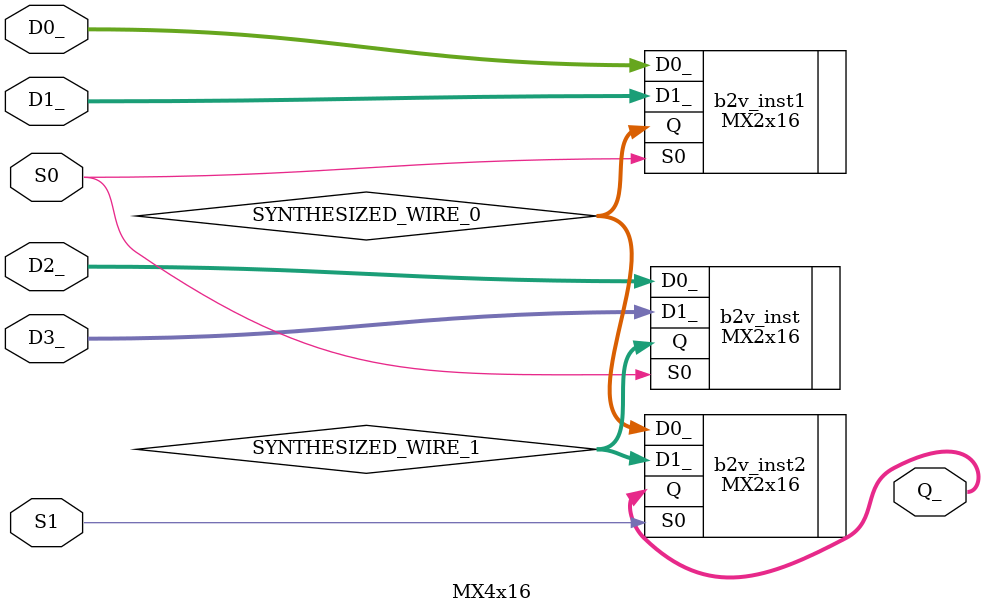
<source format=v>


module MX4x16(
	S1,
	S0,
	D0_,
	D1_,
	D2_,
	D3_,
	Q_
);


input wire	S1;
input wire	S0;
input wire	[15:0] D0_;
input wire	[15:0] D1_;
input wire	[15:0] D2_;
input wire	[15:0] D3_;
output wire	[15:0] Q_;

wire	[15:0] SYNTHESIZED_WIRE_0;
wire	[15:0] SYNTHESIZED_WIRE_1;





MX2x16	b2v_inst(
	.S0(S0),
	.D0_(D2_),
	.D1_(D3_),
	.Q(SYNTHESIZED_WIRE_1));


MX2x16	b2v_inst1(
	.S0(S0),
	.D0_(D0_),
	.D1_(D1_),
	.Q(SYNTHESIZED_WIRE_0));


MX2x16	b2v_inst2(
	.S0(S1),
	.D0_(SYNTHESIZED_WIRE_0),
	.D1_(SYNTHESIZED_WIRE_1),
	.Q(Q_));


endmodule

</source>
